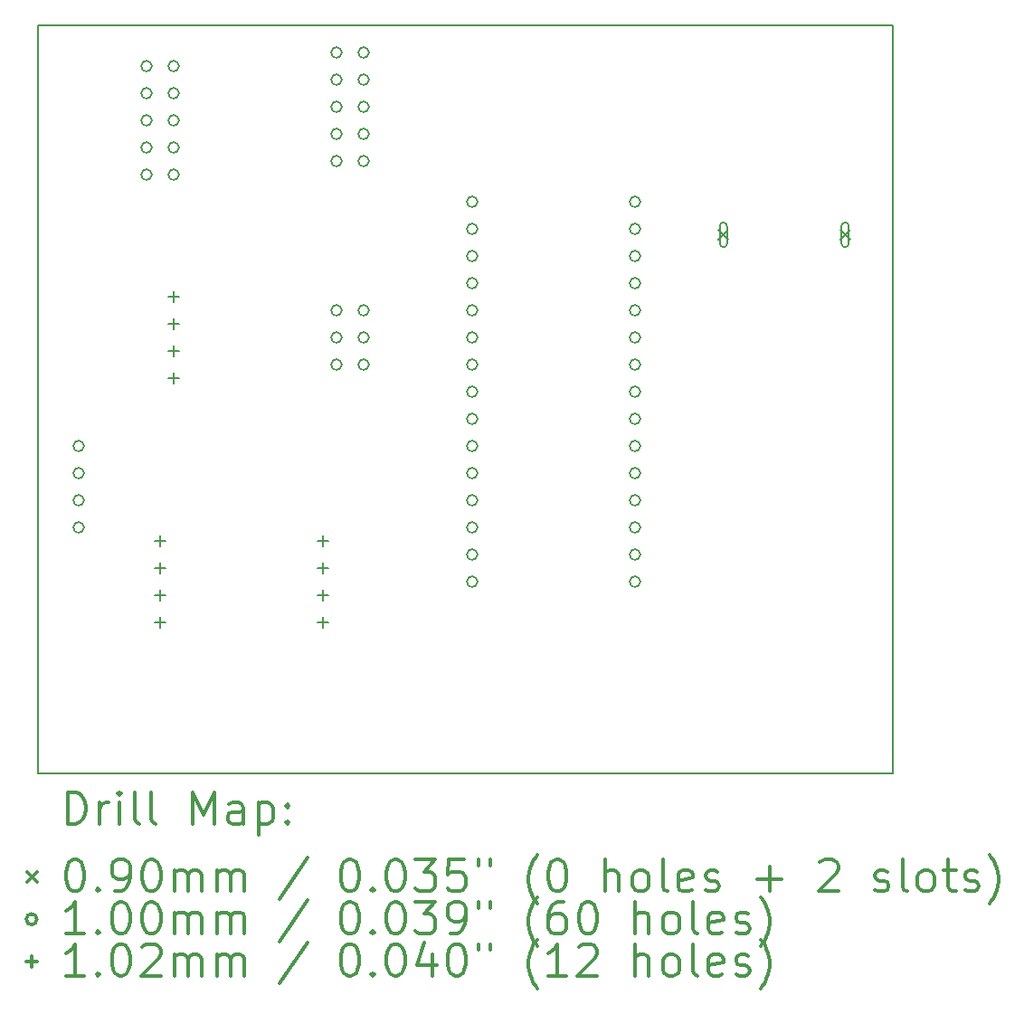
<source format=gbr>
%FSLAX45Y45*%
G04 Gerber Fmt 4.5, Leading zero omitted, Abs format (unit mm)*
G04 Created by KiCad (PCBNEW 5.0.2-bee76a0~70~ubuntu14.04.1) date Fr 08 Okt 2021 16:36:24 CEST*
%MOMM*%
%LPD*%
G01*
G04 APERTURE LIST*
%ADD10C,0.200000*%
%ADD11C,0.300000*%
G04 APERTURE END LIST*
D10*
X20319000Y-15890000D02*
X20319000Y-8890000D01*
X12319000Y-15890000D02*
X20319000Y-15890000D01*
X20319000Y-8890000D02*
X12319000Y-8890000D01*
X12319000Y-15890000D02*
X12319000Y-8890000D01*
D10*
X18689000Y-10805000D02*
X18779000Y-10895000D01*
X18779000Y-10805000D02*
X18689000Y-10895000D01*
X18769000Y-10930000D02*
X18769000Y-10770000D01*
X18699000Y-10930000D02*
X18699000Y-10770000D01*
X18769000Y-10770000D02*
G75*
G03X18699000Y-10770000I-35000J0D01*
G01*
X18699000Y-10930000D02*
G75*
G03X18769000Y-10930000I35000J0D01*
G01*
X19829000Y-10805000D02*
X19919000Y-10895000D01*
X19919000Y-10805000D02*
X19829000Y-10895000D01*
X19909000Y-10930000D02*
X19909000Y-10770000D01*
X19839000Y-10930000D02*
X19839000Y-10770000D01*
X19909000Y-10770000D02*
G75*
G03X19839000Y-10770000I-35000J0D01*
G01*
X19839000Y-10930000D02*
G75*
G03X19909000Y-10930000I35000J0D01*
G01*
X15163000Y-11557000D02*
G75*
G03X15163000Y-11557000I-50000J0D01*
G01*
X15163000Y-11811000D02*
G75*
G03X15163000Y-11811000I-50000J0D01*
G01*
X15163000Y-12065000D02*
G75*
G03X15163000Y-12065000I-50000J0D01*
G01*
X15417000Y-11557000D02*
G75*
G03X15417000Y-11557000I-50000J0D01*
G01*
X15417000Y-11811000D02*
G75*
G03X15417000Y-11811000I-50000J0D01*
G01*
X15417000Y-12065000D02*
G75*
G03X15417000Y-12065000I-50000J0D01*
G01*
X12750000Y-12827000D02*
G75*
G03X12750000Y-12827000I-50000J0D01*
G01*
X12750000Y-13081000D02*
G75*
G03X12750000Y-13081000I-50000J0D01*
G01*
X12750000Y-13335000D02*
G75*
G03X12750000Y-13335000I-50000J0D01*
G01*
X12750000Y-13589000D02*
G75*
G03X12750000Y-13589000I-50000J0D01*
G01*
X16433000Y-10541000D02*
G75*
G03X16433000Y-10541000I-50000J0D01*
G01*
X16433000Y-10795000D02*
G75*
G03X16433000Y-10795000I-50000J0D01*
G01*
X16433000Y-11049000D02*
G75*
G03X16433000Y-11049000I-50000J0D01*
G01*
X16433000Y-11303000D02*
G75*
G03X16433000Y-11303000I-50000J0D01*
G01*
X16433000Y-11557000D02*
G75*
G03X16433000Y-11557000I-50000J0D01*
G01*
X16433000Y-11811000D02*
G75*
G03X16433000Y-11811000I-50000J0D01*
G01*
X16433000Y-12065000D02*
G75*
G03X16433000Y-12065000I-50000J0D01*
G01*
X16433000Y-12319000D02*
G75*
G03X16433000Y-12319000I-50000J0D01*
G01*
X16433000Y-12573000D02*
G75*
G03X16433000Y-12573000I-50000J0D01*
G01*
X16433000Y-12827000D02*
G75*
G03X16433000Y-12827000I-50000J0D01*
G01*
X16433000Y-13081000D02*
G75*
G03X16433000Y-13081000I-50000J0D01*
G01*
X16433000Y-13335000D02*
G75*
G03X16433000Y-13335000I-50000J0D01*
G01*
X16433000Y-13589000D02*
G75*
G03X16433000Y-13589000I-50000J0D01*
G01*
X16433000Y-13843000D02*
G75*
G03X16433000Y-13843000I-50000J0D01*
G01*
X16433000Y-14097000D02*
G75*
G03X16433000Y-14097000I-50000J0D01*
G01*
X17957000Y-10541000D02*
G75*
G03X17957000Y-10541000I-50000J0D01*
G01*
X17957000Y-10795000D02*
G75*
G03X17957000Y-10795000I-50000J0D01*
G01*
X17957000Y-11049000D02*
G75*
G03X17957000Y-11049000I-50000J0D01*
G01*
X17957000Y-11303000D02*
G75*
G03X17957000Y-11303000I-50000J0D01*
G01*
X17957000Y-11557000D02*
G75*
G03X17957000Y-11557000I-50000J0D01*
G01*
X17957000Y-11811000D02*
G75*
G03X17957000Y-11811000I-50000J0D01*
G01*
X17957000Y-12065000D02*
G75*
G03X17957000Y-12065000I-50000J0D01*
G01*
X17957000Y-12319000D02*
G75*
G03X17957000Y-12319000I-50000J0D01*
G01*
X17957000Y-12573000D02*
G75*
G03X17957000Y-12573000I-50000J0D01*
G01*
X17957000Y-12827000D02*
G75*
G03X17957000Y-12827000I-50000J0D01*
G01*
X17957000Y-13081000D02*
G75*
G03X17957000Y-13081000I-50000J0D01*
G01*
X17957000Y-13335000D02*
G75*
G03X17957000Y-13335000I-50000J0D01*
G01*
X17957000Y-13589000D02*
G75*
G03X17957000Y-13589000I-50000J0D01*
G01*
X17957000Y-13843000D02*
G75*
G03X17957000Y-13843000I-50000J0D01*
G01*
X17957000Y-14097000D02*
G75*
G03X17957000Y-14097000I-50000J0D01*
G01*
X13385000Y-9271000D02*
G75*
G03X13385000Y-9271000I-50000J0D01*
G01*
X13385000Y-9525000D02*
G75*
G03X13385000Y-9525000I-50000J0D01*
G01*
X13385000Y-9779000D02*
G75*
G03X13385000Y-9779000I-50000J0D01*
G01*
X13385000Y-10033000D02*
G75*
G03X13385000Y-10033000I-50000J0D01*
G01*
X13385000Y-10287000D02*
G75*
G03X13385000Y-10287000I-50000J0D01*
G01*
X13639000Y-9271000D02*
G75*
G03X13639000Y-9271000I-50000J0D01*
G01*
X13639000Y-9525000D02*
G75*
G03X13639000Y-9525000I-50000J0D01*
G01*
X13639000Y-9779000D02*
G75*
G03X13639000Y-9779000I-50000J0D01*
G01*
X13639000Y-10033000D02*
G75*
G03X13639000Y-10033000I-50000J0D01*
G01*
X13639000Y-10287000D02*
G75*
G03X13639000Y-10287000I-50000J0D01*
G01*
X15163000Y-9144000D02*
G75*
G03X15163000Y-9144000I-50000J0D01*
G01*
X15163000Y-9398000D02*
G75*
G03X15163000Y-9398000I-50000J0D01*
G01*
X15163000Y-9652000D02*
G75*
G03X15163000Y-9652000I-50000J0D01*
G01*
X15163000Y-9906000D02*
G75*
G03X15163000Y-9906000I-50000J0D01*
G01*
X15163000Y-10160000D02*
G75*
G03X15163000Y-10160000I-50000J0D01*
G01*
X15417000Y-9144000D02*
G75*
G03X15417000Y-9144000I-50000J0D01*
G01*
X15417000Y-9398000D02*
G75*
G03X15417000Y-9398000I-50000J0D01*
G01*
X15417000Y-9652000D02*
G75*
G03X15417000Y-9652000I-50000J0D01*
G01*
X15417000Y-9906000D02*
G75*
G03X15417000Y-9906000I-50000J0D01*
G01*
X15417000Y-10160000D02*
G75*
G03X15417000Y-10160000I-50000J0D01*
G01*
X13589000Y-11379000D02*
X13589000Y-11481000D01*
X13538000Y-11430000D02*
X13640000Y-11430000D01*
X13589000Y-11633000D02*
X13589000Y-11735000D01*
X13538000Y-11684000D02*
X13640000Y-11684000D01*
X13589000Y-11887000D02*
X13589000Y-11989000D01*
X13538000Y-11938000D02*
X13640000Y-11938000D01*
X13589000Y-12141000D02*
X13589000Y-12243000D01*
X13538000Y-12192000D02*
X13640000Y-12192000D01*
X14986000Y-13665000D02*
X14986000Y-13767000D01*
X14935000Y-13716000D02*
X15037000Y-13716000D01*
X14986000Y-13919000D02*
X14986000Y-14021000D01*
X14935000Y-13970000D02*
X15037000Y-13970000D01*
X14986000Y-14173000D02*
X14986000Y-14275000D01*
X14935000Y-14224000D02*
X15037000Y-14224000D01*
X14986000Y-14427000D02*
X14986000Y-14529000D01*
X14935000Y-14478000D02*
X15037000Y-14478000D01*
X13462000Y-13665000D02*
X13462000Y-13767000D01*
X13411000Y-13716000D02*
X13513000Y-13716000D01*
X13462000Y-13919000D02*
X13462000Y-14021000D01*
X13411000Y-13970000D02*
X13513000Y-13970000D01*
X13462000Y-14173000D02*
X13462000Y-14275000D01*
X13411000Y-14224000D02*
X13513000Y-14224000D01*
X13462000Y-14427000D02*
X13462000Y-14529000D01*
X13411000Y-14478000D02*
X13513000Y-14478000D01*
D11*
X12595428Y-16365714D02*
X12595428Y-16065714D01*
X12666857Y-16065714D01*
X12709714Y-16080000D01*
X12738286Y-16108571D01*
X12752571Y-16137143D01*
X12766857Y-16194286D01*
X12766857Y-16237143D01*
X12752571Y-16294286D01*
X12738286Y-16322857D01*
X12709714Y-16351429D01*
X12666857Y-16365714D01*
X12595428Y-16365714D01*
X12895428Y-16365714D02*
X12895428Y-16165714D01*
X12895428Y-16222857D02*
X12909714Y-16194286D01*
X12924000Y-16180000D01*
X12952571Y-16165714D01*
X12981143Y-16165714D01*
X13081143Y-16365714D02*
X13081143Y-16165714D01*
X13081143Y-16065714D02*
X13066857Y-16080000D01*
X13081143Y-16094286D01*
X13095428Y-16080000D01*
X13081143Y-16065714D01*
X13081143Y-16094286D01*
X13266857Y-16365714D02*
X13238286Y-16351429D01*
X13224000Y-16322857D01*
X13224000Y-16065714D01*
X13424000Y-16365714D02*
X13395428Y-16351429D01*
X13381143Y-16322857D01*
X13381143Y-16065714D01*
X13766857Y-16365714D02*
X13766857Y-16065714D01*
X13866857Y-16280000D01*
X13966857Y-16065714D01*
X13966857Y-16365714D01*
X14238286Y-16365714D02*
X14238286Y-16208571D01*
X14224000Y-16180000D01*
X14195428Y-16165714D01*
X14138286Y-16165714D01*
X14109714Y-16180000D01*
X14238286Y-16351429D02*
X14209714Y-16365714D01*
X14138286Y-16365714D01*
X14109714Y-16351429D01*
X14095428Y-16322857D01*
X14095428Y-16294286D01*
X14109714Y-16265714D01*
X14138286Y-16251429D01*
X14209714Y-16251429D01*
X14238286Y-16237143D01*
X14381143Y-16165714D02*
X14381143Y-16465714D01*
X14381143Y-16180000D02*
X14409714Y-16165714D01*
X14466857Y-16165714D01*
X14495428Y-16180000D01*
X14509714Y-16194286D01*
X14524000Y-16222857D01*
X14524000Y-16308571D01*
X14509714Y-16337143D01*
X14495428Y-16351429D01*
X14466857Y-16365714D01*
X14409714Y-16365714D01*
X14381143Y-16351429D01*
X14652571Y-16337143D02*
X14666857Y-16351429D01*
X14652571Y-16365714D01*
X14638286Y-16351429D01*
X14652571Y-16337143D01*
X14652571Y-16365714D01*
X14652571Y-16180000D02*
X14666857Y-16194286D01*
X14652571Y-16208571D01*
X14638286Y-16194286D01*
X14652571Y-16180000D01*
X14652571Y-16208571D01*
X12219000Y-16815000D02*
X12309000Y-16905000D01*
X12309000Y-16815000D02*
X12219000Y-16905000D01*
X12652571Y-16695714D02*
X12681143Y-16695714D01*
X12709714Y-16710000D01*
X12724000Y-16724286D01*
X12738286Y-16752857D01*
X12752571Y-16810000D01*
X12752571Y-16881429D01*
X12738286Y-16938572D01*
X12724000Y-16967143D01*
X12709714Y-16981429D01*
X12681143Y-16995714D01*
X12652571Y-16995714D01*
X12624000Y-16981429D01*
X12609714Y-16967143D01*
X12595428Y-16938572D01*
X12581143Y-16881429D01*
X12581143Y-16810000D01*
X12595428Y-16752857D01*
X12609714Y-16724286D01*
X12624000Y-16710000D01*
X12652571Y-16695714D01*
X12881143Y-16967143D02*
X12895428Y-16981429D01*
X12881143Y-16995714D01*
X12866857Y-16981429D01*
X12881143Y-16967143D01*
X12881143Y-16995714D01*
X13038286Y-16995714D02*
X13095428Y-16995714D01*
X13124000Y-16981429D01*
X13138286Y-16967143D01*
X13166857Y-16924286D01*
X13181143Y-16867143D01*
X13181143Y-16752857D01*
X13166857Y-16724286D01*
X13152571Y-16710000D01*
X13124000Y-16695714D01*
X13066857Y-16695714D01*
X13038286Y-16710000D01*
X13024000Y-16724286D01*
X13009714Y-16752857D01*
X13009714Y-16824286D01*
X13024000Y-16852857D01*
X13038286Y-16867143D01*
X13066857Y-16881429D01*
X13124000Y-16881429D01*
X13152571Y-16867143D01*
X13166857Y-16852857D01*
X13181143Y-16824286D01*
X13366857Y-16695714D02*
X13395428Y-16695714D01*
X13424000Y-16710000D01*
X13438286Y-16724286D01*
X13452571Y-16752857D01*
X13466857Y-16810000D01*
X13466857Y-16881429D01*
X13452571Y-16938572D01*
X13438286Y-16967143D01*
X13424000Y-16981429D01*
X13395428Y-16995714D01*
X13366857Y-16995714D01*
X13338286Y-16981429D01*
X13324000Y-16967143D01*
X13309714Y-16938572D01*
X13295428Y-16881429D01*
X13295428Y-16810000D01*
X13309714Y-16752857D01*
X13324000Y-16724286D01*
X13338286Y-16710000D01*
X13366857Y-16695714D01*
X13595428Y-16995714D02*
X13595428Y-16795714D01*
X13595428Y-16824286D02*
X13609714Y-16810000D01*
X13638286Y-16795714D01*
X13681143Y-16795714D01*
X13709714Y-16810000D01*
X13724000Y-16838572D01*
X13724000Y-16995714D01*
X13724000Y-16838572D02*
X13738286Y-16810000D01*
X13766857Y-16795714D01*
X13809714Y-16795714D01*
X13838286Y-16810000D01*
X13852571Y-16838572D01*
X13852571Y-16995714D01*
X13995428Y-16995714D02*
X13995428Y-16795714D01*
X13995428Y-16824286D02*
X14009714Y-16810000D01*
X14038286Y-16795714D01*
X14081143Y-16795714D01*
X14109714Y-16810000D01*
X14124000Y-16838572D01*
X14124000Y-16995714D01*
X14124000Y-16838572D02*
X14138286Y-16810000D01*
X14166857Y-16795714D01*
X14209714Y-16795714D01*
X14238286Y-16810000D01*
X14252571Y-16838572D01*
X14252571Y-16995714D01*
X14838286Y-16681429D02*
X14581143Y-17067143D01*
X15224000Y-16695714D02*
X15252571Y-16695714D01*
X15281143Y-16710000D01*
X15295428Y-16724286D01*
X15309714Y-16752857D01*
X15324000Y-16810000D01*
X15324000Y-16881429D01*
X15309714Y-16938572D01*
X15295428Y-16967143D01*
X15281143Y-16981429D01*
X15252571Y-16995714D01*
X15224000Y-16995714D01*
X15195428Y-16981429D01*
X15181143Y-16967143D01*
X15166857Y-16938572D01*
X15152571Y-16881429D01*
X15152571Y-16810000D01*
X15166857Y-16752857D01*
X15181143Y-16724286D01*
X15195428Y-16710000D01*
X15224000Y-16695714D01*
X15452571Y-16967143D02*
X15466857Y-16981429D01*
X15452571Y-16995714D01*
X15438286Y-16981429D01*
X15452571Y-16967143D01*
X15452571Y-16995714D01*
X15652571Y-16695714D02*
X15681143Y-16695714D01*
X15709714Y-16710000D01*
X15724000Y-16724286D01*
X15738286Y-16752857D01*
X15752571Y-16810000D01*
X15752571Y-16881429D01*
X15738286Y-16938572D01*
X15724000Y-16967143D01*
X15709714Y-16981429D01*
X15681143Y-16995714D01*
X15652571Y-16995714D01*
X15624000Y-16981429D01*
X15609714Y-16967143D01*
X15595428Y-16938572D01*
X15581143Y-16881429D01*
X15581143Y-16810000D01*
X15595428Y-16752857D01*
X15609714Y-16724286D01*
X15624000Y-16710000D01*
X15652571Y-16695714D01*
X15852571Y-16695714D02*
X16038286Y-16695714D01*
X15938286Y-16810000D01*
X15981143Y-16810000D01*
X16009714Y-16824286D01*
X16024000Y-16838572D01*
X16038286Y-16867143D01*
X16038286Y-16938572D01*
X16024000Y-16967143D01*
X16009714Y-16981429D01*
X15981143Y-16995714D01*
X15895428Y-16995714D01*
X15866857Y-16981429D01*
X15852571Y-16967143D01*
X16309714Y-16695714D02*
X16166857Y-16695714D01*
X16152571Y-16838572D01*
X16166857Y-16824286D01*
X16195428Y-16810000D01*
X16266857Y-16810000D01*
X16295428Y-16824286D01*
X16309714Y-16838572D01*
X16324000Y-16867143D01*
X16324000Y-16938572D01*
X16309714Y-16967143D01*
X16295428Y-16981429D01*
X16266857Y-16995714D01*
X16195428Y-16995714D01*
X16166857Y-16981429D01*
X16152571Y-16967143D01*
X16438286Y-16695714D02*
X16438286Y-16752857D01*
X16552571Y-16695714D02*
X16552571Y-16752857D01*
X16995428Y-17110000D02*
X16981143Y-17095714D01*
X16952571Y-17052857D01*
X16938286Y-17024286D01*
X16924000Y-16981429D01*
X16909714Y-16910000D01*
X16909714Y-16852857D01*
X16924000Y-16781429D01*
X16938286Y-16738571D01*
X16952571Y-16710000D01*
X16981143Y-16667143D01*
X16995428Y-16652857D01*
X17166857Y-16695714D02*
X17195428Y-16695714D01*
X17224000Y-16710000D01*
X17238286Y-16724286D01*
X17252571Y-16752857D01*
X17266857Y-16810000D01*
X17266857Y-16881429D01*
X17252571Y-16938572D01*
X17238286Y-16967143D01*
X17224000Y-16981429D01*
X17195428Y-16995714D01*
X17166857Y-16995714D01*
X17138286Y-16981429D01*
X17124000Y-16967143D01*
X17109714Y-16938572D01*
X17095428Y-16881429D01*
X17095428Y-16810000D01*
X17109714Y-16752857D01*
X17124000Y-16724286D01*
X17138286Y-16710000D01*
X17166857Y-16695714D01*
X17624000Y-16995714D02*
X17624000Y-16695714D01*
X17752571Y-16995714D02*
X17752571Y-16838572D01*
X17738286Y-16810000D01*
X17709714Y-16795714D01*
X17666857Y-16795714D01*
X17638286Y-16810000D01*
X17624000Y-16824286D01*
X17938286Y-16995714D02*
X17909714Y-16981429D01*
X17895428Y-16967143D01*
X17881143Y-16938572D01*
X17881143Y-16852857D01*
X17895428Y-16824286D01*
X17909714Y-16810000D01*
X17938286Y-16795714D01*
X17981143Y-16795714D01*
X18009714Y-16810000D01*
X18024000Y-16824286D01*
X18038286Y-16852857D01*
X18038286Y-16938572D01*
X18024000Y-16967143D01*
X18009714Y-16981429D01*
X17981143Y-16995714D01*
X17938286Y-16995714D01*
X18209714Y-16995714D02*
X18181143Y-16981429D01*
X18166857Y-16952857D01*
X18166857Y-16695714D01*
X18438286Y-16981429D02*
X18409714Y-16995714D01*
X18352571Y-16995714D01*
X18324000Y-16981429D01*
X18309714Y-16952857D01*
X18309714Y-16838572D01*
X18324000Y-16810000D01*
X18352571Y-16795714D01*
X18409714Y-16795714D01*
X18438286Y-16810000D01*
X18452571Y-16838572D01*
X18452571Y-16867143D01*
X18309714Y-16895714D01*
X18566857Y-16981429D02*
X18595428Y-16995714D01*
X18652571Y-16995714D01*
X18681143Y-16981429D01*
X18695428Y-16952857D01*
X18695428Y-16938572D01*
X18681143Y-16910000D01*
X18652571Y-16895714D01*
X18609714Y-16895714D01*
X18581143Y-16881429D01*
X18566857Y-16852857D01*
X18566857Y-16838572D01*
X18581143Y-16810000D01*
X18609714Y-16795714D01*
X18652571Y-16795714D01*
X18681143Y-16810000D01*
X19052571Y-16881429D02*
X19281143Y-16881429D01*
X19166857Y-16995714D02*
X19166857Y-16767143D01*
X19638286Y-16724286D02*
X19652571Y-16710000D01*
X19681143Y-16695714D01*
X19752571Y-16695714D01*
X19781143Y-16710000D01*
X19795428Y-16724286D01*
X19809714Y-16752857D01*
X19809714Y-16781429D01*
X19795428Y-16824286D01*
X19624000Y-16995714D01*
X19809714Y-16995714D01*
X20152571Y-16981429D02*
X20181143Y-16995714D01*
X20238286Y-16995714D01*
X20266857Y-16981429D01*
X20281143Y-16952857D01*
X20281143Y-16938572D01*
X20266857Y-16910000D01*
X20238286Y-16895714D01*
X20195428Y-16895714D01*
X20166857Y-16881429D01*
X20152571Y-16852857D01*
X20152571Y-16838572D01*
X20166857Y-16810000D01*
X20195428Y-16795714D01*
X20238286Y-16795714D01*
X20266857Y-16810000D01*
X20452571Y-16995714D02*
X20424000Y-16981429D01*
X20409714Y-16952857D01*
X20409714Y-16695714D01*
X20609714Y-16995714D02*
X20581143Y-16981429D01*
X20566857Y-16967143D01*
X20552571Y-16938572D01*
X20552571Y-16852857D01*
X20566857Y-16824286D01*
X20581143Y-16810000D01*
X20609714Y-16795714D01*
X20652571Y-16795714D01*
X20681143Y-16810000D01*
X20695428Y-16824286D01*
X20709714Y-16852857D01*
X20709714Y-16938572D01*
X20695428Y-16967143D01*
X20681143Y-16981429D01*
X20652571Y-16995714D01*
X20609714Y-16995714D01*
X20795428Y-16795714D02*
X20909714Y-16795714D01*
X20838286Y-16695714D02*
X20838286Y-16952857D01*
X20852571Y-16981429D01*
X20881143Y-16995714D01*
X20909714Y-16995714D01*
X20995428Y-16981429D02*
X21024000Y-16995714D01*
X21081143Y-16995714D01*
X21109714Y-16981429D01*
X21124000Y-16952857D01*
X21124000Y-16938572D01*
X21109714Y-16910000D01*
X21081143Y-16895714D01*
X21038286Y-16895714D01*
X21009714Y-16881429D01*
X20995428Y-16852857D01*
X20995428Y-16838572D01*
X21009714Y-16810000D01*
X21038286Y-16795714D01*
X21081143Y-16795714D01*
X21109714Y-16810000D01*
X21224000Y-17110000D02*
X21238286Y-17095714D01*
X21266857Y-17052857D01*
X21281143Y-17024286D01*
X21295428Y-16981429D01*
X21309714Y-16910000D01*
X21309714Y-16852857D01*
X21295428Y-16781429D01*
X21281143Y-16738571D01*
X21266857Y-16710000D01*
X21238286Y-16667143D01*
X21224000Y-16652857D01*
X12309000Y-17256000D02*
G75*
G03X12309000Y-17256000I-50000J0D01*
G01*
X12752571Y-17391714D02*
X12581143Y-17391714D01*
X12666857Y-17391714D02*
X12666857Y-17091714D01*
X12638286Y-17134572D01*
X12609714Y-17163143D01*
X12581143Y-17177429D01*
X12881143Y-17363143D02*
X12895428Y-17377429D01*
X12881143Y-17391714D01*
X12866857Y-17377429D01*
X12881143Y-17363143D01*
X12881143Y-17391714D01*
X13081143Y-17091714D02*
X13109714Y-17091714D01*
X13138286Y-17106000D01*
X13152571Y-17120286D01*
X13166857Y-17148857D01*
X13181143Y-17206000D01*
X13181143Y-17277429D01*
X13166857Y-17334572D01*
X13152571Y-17363143D01*
X13138286Y-17377429D01*
X13109714Y-17391714D01*
X13081143Y-17391714D01*
X13052571Y-17377429D01*
X13038286Y-17363143D01*
X13024000Y-17334572D01*
X13009714Y-17277429D01*
X13009714Y-17206000D01*
X13024000Y-17148857D01*
X13038286Y-17120286D01*
X13052571Y-17106000D01*
X13081143Y-17091714D01*
X13366857Y-17091714D02*
X13395428Y-17091714D01*
X13424000Y-17106000D01*
X13438286Y-17120286D01*
X13452571Y-17148857D01*
X13466857Y-17206000D01*
X13466857Y-17277429D01*
X13452571Y-17334572D01*
X13438286Y-17363143D01*
X13424000Y-17377429D01*
X13395428Y-17391714D01*
X13366857Y-17391714D01*
X13338286Y-17377429D01*
X13324000Y-17363143D01*
X13309714Y-17334572D01*
X13295428Y-17277429D01*
X13295428Y-17206000D01*
X13309714Y-17148857D01*
X13324000Y-17120286D01*
X13338286Y-17106000D01*
X13366857Y-17091714D01*
X13595428Y-17391714D02*
X13595428Y-17191714D01*
X13595428Y-17220286D02*
X13609714Y-17206000D01*
X13638286Y-17191714D01*
X13681143Y-17191714D01*
X13709714Y-17206000D01*
X13724000Y-17234572D01*
X13724000Y-17391714D01*
X13724000Y-17234572D02*
X13738286Y-17206000D01*
X13766857Y-17191714D01*
X13809714Y-17191714D01*
X13838286Y-17206000D01*
X13852571Y-17234572D01*
X13852571Y-17391714D01*
X13995428Y-17391714D02*
X13995428Y-17191714D01*
X13995428Y-17220286D02*
X14009714Y-17206000D01*
X14038286Y-17191714D01*
X14081143Y-17191714D01*
X14109714Y-17206000D01*
X14124000Y-17234572D01*
X14124000Y-17391714D01*
X14124000Y-17234572D02*
X14138286Y-17206000D01*
X14166857Y-17191714D01*
X14209714Y-17191714D01*
X14238286Y-17206000D01*
X14252571Y-17234572D01*
X14252571Y-17391714D01*
X14838286Y-17077429D02*
X14581143Y-17463143D01*
X15224000Y-17091714D02*
X15252571Y-17091714D01*
X15281143Y-17106000D01*
X15295428Y-17120286D01*
X15309714Y-17148857D01*
X15324000Y-17206000D01*
X15324000Y-17277429D01*
X15309714Y-17334572D01*
X15295428Y-17363143D01*
X15281143Y-17377429D01*
X15252571Y-17391714D01*
X15224000Y-17391714D01*
X15195428Y-17377429D01*
X15181143Y-17363143D01*
X15166857Y-17334572D01*
X15152571Y-17277429D01*
X15152571Y-17206000D01*
X15166857Y-17148857D01*
X15181143Y-17120286D01*
X15195428Y-17106000D01*
X15224000Y-17091714D01*
X15452571Y-17363143D02*
X15466857Y-17377429D01*
X15452571Y-17391714D01*
X15438286Y-17377429D01*
X15452571Y-17363143D01*
X15452571Y-17391714D01*
X15652571Y-17091714D02*
X15681143Y-17091714D01*
X15709714Y-17106000D01*
X15724000Y-17120286D01*
X15738286Y-17148857D01*
X15752571Y-17206000D01*
X15752571Y-17277429D01*
X15738286Y-17334572D01*
X15724000Y-17363143D01*
X15709714Y-17377429D01*
X15681143Y-17391714D01*
X15652571Y-17391714D01*
X15624000Y-17377429D01*
X15609714Y-17363143D01*
X15595428Y-17334572D01*
X15581143Y-17277429D01*
X15581143Y-17206000D01*
X15595428Y-17148857D01*
X15609714Y-17120286D01*
X15624000Y-17106000D01*
X15652571Y-17091714D01*
X15852571Y-17091714D02*
X16038286Y-17091714D01*
X15938286Y-17206000D01*
X15981143Y-17206000D01*
X16009714Y-17220286D01*
X16024000Y-17234572D01*
X16038286Y-17263143D01*
X16038286Y-17334572D01*
X16024000Y-17363143D01*
X16009714Y-17377429D01*
X15981143Y-17391714D01*
X15895428Y-17391714D01*
X15866857Y-17377429D01*
X15852571Y-17363143D01*
X16181143Y-17391714D02*
X16238286Y-17391714D01*
X16266857Y-17377429D01*
X16281143Y-17363143D01*
X16309714Y-17320286D01*
X16324000Y-17263143D01*
X16324000Y-17148857D01*
X16309714Y-17120286D01*
X16295428Y-17106000D01*
X16266857Y-17091714D01*
X16209714Y-17091714D01*
X16181143Y-17106000D01*
X16166857Y-17120286D01*
X16152571Y-17148857D01*
X16152571Y-17220286D01*
X16166857Y-17248857D01*
X16181143Y-17263143D01*
X16209714Y-17277429D01*
X16266857Y-17277429D01*
X16295428Y-17263143D01*
X16309714Y-17248857D01*
X16324000Y-17220286D01*
X16438286Y-17091714D02*
X16438286Y-17148857D01*
X16552571Y-17091714D02*
X16552571Y-17148857D01*
X16995428Y-17506000D02*
X16981143Y-17491714D01*
X16952571Y-17448857D01*
X16938286Y-17420286D01*
X16924000Y-17377429D01*
X16909714Y-17306000D01*
X16909714Y-17248857D01*
X16924000Y-17177429D01*
X16938286Y-17134572D01*
X16952571Y-17106000D01*
X16981143Y-17063143D01*
X16995428Y-17048857D01*
X17238286Y-17091714D02*
X17181143Y-17091714D01*
X17152571Y-17106000D01*
X17138286Y-17120286D01*
X17109714Y-17163143D01*
X17095428Y-17220286D01*
X17095428Y-17334572D01*
X17109714Y-17363143D01*
X17124000Y-17377429D01*
X17152571Y-17391714D01*
X17209714Y-17391714D01*
X17238286Y-17377429D01*
X17252571Y-17363143D01*
X17266857Y-17334572D01*
X17266857Y-17263143D01*
X17252571Y-17234572D01*
X17238286Y-17220286D01*
X17209714Y-17206000D01*
X17152571Y-17206000D01*
X17124000Y-17220286D01*
X17109714Y-17234572D01*
X17095428Y-17263143D01*
X17452571Y-17091714D02*
X17481143Y-17091714D01*
X17509714Y-17106000D01*
X17524000Y-17120286D01*
X17538286Y-17148857D01*
X17552571Y-17206000D01*
X17552571Y-17277429D01*
X17538286Y-17334572D01*
X17524000Y-17363143D01*
X17509714Y-17377429D01*
X17481143Y-17391714D01*
X17452571Y-17391714D01*
X17424000Y-17377429D01*
X17409714Y-17363143D01*
X17395428Y-17334572D01*
X17381143Y-17277429D01*
X17381143Y-17206000D01*
X17395428Y-17148857D01*
X17409714Y-17120286D01*
X17424000Y-17106000D01*
X17452571Y-17091714D01*
X17909714Y-17391714D02*
X17909714Y-17091714D01*
X18038286Y-17391714D02*
X18038286Y-17234572D01*
X18024000Y-17206000D01*
X17995428Y-17191714D01*
X17952571Y-17191714D01*
X17924000Y-17206000D01*
X17909714Y-17220286D01*
X18224000Y-17391714D02*
X18195428Y-17377429D01*
X18181143Y-17363143D01*
X18166857Y-17334572D01*
X18166857Y-17248857D01*
X18181143Y-17220286D01*
X18195428Y-17206000D01*
X18224000Y-17191714D01*
X18266857Y-17191714D01*
X18295428Y-17206000D01*
X18309714Y-17220286D01*
X18324000Y-17248857D01*
X18324000Y-17334572D01*
X18309714Y-17363143D01*
X18295428Y-17377429D01*
X18266857Y-17391714D01*
X18224000Y-17391714D01*
X18495428Y-17391714D02*
X18466857Y-17377429D01*
X18452571Y-17348857D01*
X18452571Y-17091714D01*
X18724000Y-17377429D02*
X18695428Y-17391714D01*
X18638286Y-17391714D01*
X18609714Y-17377429D01*
X18595428Y-17348857D01*
X18595428Y-17234572D01*
X18609714Y-17206000D01*
X18638286Y-17191714D01*
X18695428Y-17191714D01*
X18724000Y-17206000D01*
X18738286Y-17234572D01*
X18738286Y-17263143D01*
X18595428Y-17291714D01*
X18852571Y-17377429D02*
X18881143Y-17391714D01*
X18938286Y-17391714D01*
X18966857Y-17377429D01*
X18981143Y-17348857D01*
X18981143Y-17334572D01*
X18966857Y-17306000D01*
X18938286Y-17291714D01*
X18895428Y-17291714D01*
X18866857Y-17277429D01*
X18852571Y-17248857D01*
X18852571Y-17234572D01*
X18866857Y-17206000D01*
X18895428Y-17191714D01*
X18938286Y-17191714D01*
X18966857Y-17206000D01*
X19081143Y-17506000D02*
X19095428Y-17491714D01*
X19124000Y-17448857D01*
X19138286Y-17420286D01*
X19152571Y-17377429D01*
X19166857Y-17306000D01*
X19166857Y-17248857D01*
X19152571Y-17177429D01*
X19138286Y-17134572D01*
X19124000Y-17106000D01*
X19095428Y-17063143D01*
X19081143Y-17048857D01*
X12258000Y-17601000D02*
X12258000Y-17703000D01*
X12207000Y-17652000D02*
X12309000Y-17652000D01*
X12752571Y-17787714D02*
X12581143Y-17787714D01*
X12666857Y-17787714D02*
X12666857Y-17487714D01*
X12638286Y-17530572D01*
X12609714Y-17559143D01*
X12581143Y-17573429D01*
X12881143Y-17759143D02*
X12895428Y-17773429D01*
X12881143Y-17787714D01*
X12866857Y-17773429D01*
X12881143Y-17759143D01*
X12881143Y-17787714D01*
X13081143Y-17487714D02*
X13109714Y-17487714D01*
X13138286Y-17502000D01*
X13152571Y-17516286D01*
X13166857Y-17544857D01*
X13181143Y-17602000D01*
X13181143Y-17673429D01*
X13166857Y-17730572D01*
X13152571Y-17759143D01*
X13138286Y-17773429D01*
X13109714Y-17787714D01*
X13081143Y-17787714D01*
X13052571Y-17773429D01*
X13038286Y-17759143D01*
X13024000Y-17730572D01*
X13009714Y-17673429D01*
X13009714Y-17602000D01*
X13024000Y-17544857D01*
X13038286Y-17516286D01*
X13052571Y-17502000D01*
X13081143Y-17487714D01*
X13295428Y-17516286D02*
X13309714Y-17502000D01*
X13338286Y-17487714D01*
X13409714Y-17487714D01*
X13438286Y-17502000D01*
X13452571Y-17516286D01*
X13466857Y-17544857D01*
X13466857Y-17573429D01*
X13452571Y-17616286D01*
X13281143Y-17787714D01*
X13466857Y-17787714D01*
X13595428Y-17787714D02*
X13595428Y-17587714D01*
X13595428Y-17616286D02*
X13609714Y-17602000D01*
X13638286Y-17587714D01*
X13681143Y-17587714D01*
X13709714Y-17602000D01*
X13724000Y-17630572D01*
X13724000Y-17787714D01*
X13724000Y-17630572D02*
X13738286Y-17602000D01*
X13766857Y-17587714D01*
X13809714Y-17587714D01*
X13838286Y-17602000D01*
X13852571Y-17630572D01*
X13852571Y-17787714D01*
X13995428Y-17787714D02*
X13995428Y-17587714D01*
X13995428Y-17616286D02*
X14009714Y-17602000D01*
X14038286Y-17587714D01*
X14081143Y-17587714D01*
X14109714Y-17602000D01*
X14124000Y-17630572D01*
X14124000Y-17787714D01*
X14124000Y-17630572D02*
X14138286Y-17602000D01*
X14166857Y-17587714D01*
X14209714Y-17587714D01*
X14238286Y-17602000D01*
X14252571Y-17630572D01*
X14252571Y-17787714D01*
X14838286Y-17473429D02*
X14581143Y-17859143D01*
X15224000Y-17487714D02*
X15252571Y-17487714D01*
X15281143Y-17502000D01*
X15295428Y-17516286D01*
X15309714Y-17544857D01*
X15324000Y-17602000D01*
X15324000Y-17673429D01*
X15309714Y-17730572D01*
X15295428Y-17759143D01*
X15281143Y-17773429D01*
X15252571Y-17787714D01*
X15224000Y-17787714D01*
X15195428Y-17773429D01*
X15181143Y-17759143D01*
X15166857Y-17730572D01*
X15152571Y-17673429D01*
X15152571Y-17602000D01*
X15166857Y-17544857D01*
X15181143Y-17516286D01*
X15195428Y-17502000D01*
X15224000Y-17487714D01*
X15452571Y-17759143D02*
X15466857Y-17773429D01*
X15452571Y-17787714D01*
X15438286Y-17773429D01*
X15452571Y-17759143D01*
X15452571Y-17787714D01*
X15652571Y-17487714D02*
X15681143Y-17487714D01*
X15709714Y-17502000D01*
X15724000Y-17516286D01*
X15738286Y-17544857D01*
X15752571Y-17602000D01*
X15752571Y-17673429D01*
X15738286Y-17730572D01*
X15724000Y-17759143D01*
X15709714Y-17773429D01*
X15681143Y-17787714D01*
X15652571Y-17787714D01*
X15624000Y-17773429D01*
X15609714Y-17759143D01*
X15595428Y-17730572D01*
X15581143Y-17673429D01*
X15581143Y-17602000D01*
X15595428Y-17544857D01*
X15609714Y-17516286D01*
X15624000Y-17502000D01*
X15652571Y-17487714D01*
X16009714Y-17587714D02*
X16009714Y-17787714D01*
X15938286Y-17473429D02*
X15866857Y-17687714D01*
X16052571Y-17687714D01*
X16224000Y-17487714D02*
X16252571Y-17487714D01*
X16281143Y-17502000D01*
X16295428Y-17516286D01*
X16309714Y-17544857D01*
X16324000Y-17602000D01*
X16324000Y-17673429D01*
X16309714Y-17730572D01*
X16295428Y-17759143D01*
X16281143Y-17773429D01*
X16252571Y-17787714D01*
X16224000Y-17787714D01*
X16195428Y-17773429D01*
X16181143Y-17759143D01*
X16166857Y-17730572D01*
X16152571Y-17673429D01*
X16152571Y-17602000D01*
X16166857Y-17544857D01*
X16181143Y-17516286D01*
X16195428Y-17502000D01*
X16224000Y-17487714D01*
X16438286Y-17487714D02*
X16438286Y-17544857D01*
X16552571Y-17487714D02*
X16552571Y-17544857D01*
X16995428Y-17902000D02*
X16981143Y-17887714D01*
X16952571Y-17844857D01*
X16938286Y-17816286D01*
X16924000Y-17773429D01*
X16909714Y-17702000D01*
X16909714Y-17644857D01*
X16924000Y-17573429D01*
X16938286Y-17530572D01*
X16952571Y-17502000D01*
X16981143Y-17459143D01*
X16995428Y-17444857D01*
X17266857Y-17787714D02*
X17095428Y-17787714D01*
X17181143Y-17787714D02*
X17181143Y-17487714D01*
X17152571Y-17530572D01*
X17124000Y-17559143D01*
X17095428Y-17573429D01*
X17381143Y-17516286D02*
X17395428Y-17502000D01*
X17424000Y-17487714D01*
X17495428Y-17487714D01*
X17524000Y-17502000D01*
X17538286Y-17516286D01*
X17552571Y-17544857D01*
X17552571Y-17573429D01*
X17538286Y-17616286D01*
X17366857Y-17787714D01*
X17552571Y-17787714D01*
X17909714Y-17787714D02*
X17909714Y-17487714D01*
X18038286Y-17787714D02*
X18038286Y-17630572D01*
X18024000Y-17602000D01*
X17995428Y-17587714D01*
X17952571Y-17587714D01*
X17924000Y-17602000D01*
X17909714Y-17616286D01*
X18224000Y-17787714D02*
X18195428Y-17773429D01*
X18181143Y-17759143D01*
X18166857Y-17730572D01*
X18166857Y-17644857D01*
X18181143Y-17616286D01*
X18195428Y-17602000D01*
X18224000Y-17587714D01*
X18266857Y-17587714D01*
X18295428Y-17602000D01*
X18309714Y-17616286D01*
X18324000Y-17644857D01*
X18324000Y-17730572D01*
X18309714Y-17759143D01*
X18295428Y-17773429D01*
X18266857Y-17787714D01*
X18224000Y-17787714D01*
X18495428Y-17787714D02*
X18466857Y-17773429D01*
X18452571Y-17744857D01*
X18452571Y-17487714D01*
X18724000Y-17773429D02*
X18695428Y-17787714D01*
X18638286Y-17787714D01*
X18609714Y-17773429D01*
X18595428Y-17744857D01*
X18595428Y-17630572D01*
X18609714Y-17602000D01*
X18638286Y-17587714D01*
X18695428Y-17587714D01*
X18724000Y-17602000D01*
X18738286Y-17630572D01*
X18738286Y-17659143D01*
X18595428Y-17687714D01*
X18852571Y-17773429D02*
X18881143Y-17787714D01*
X18938286Y-17787714D01*
X18966857Y-17773429D01*
X18981143Y-17744857D01*
X18981143Y-17730572D01*
X18966857Y-17702000D01*
X18938286Y-17687714D01*
X18895428Y-17687714D01*
X18866857Y-17673429D01*
X18852571Y-17644857D01*
X18852571Y-17630572D01*
X18866857Y-17602000D01*
X18895428Y-17587714D01*
X18938286Y-17587714D01*
X18966857Y-17602000D01*
X19081143Y-17902000D02*
X19095428Y-17887714D01*
X19124000Y-17844857D01*
X19138286Y-17816286D01*
X19152571Y-17773429D01*
X19166857Y-17702000D01*
X19166857Y-17644857D01*
X19152571Y-17573429D01*
X19138286Y-17530572D01*
X19124000Y-17502000D01*
X19095428Y-17459143D01*
X19081143Y-17444857D01*
M02*

</source>
